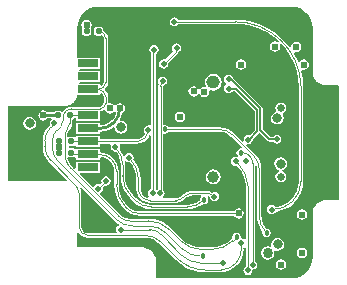
<source format=gbl>
G04*
G04 #@! TF.GenerationSoftware,Altium Limited,Altium Designer,22.0.2 (36)*
G04*
G04 Layer_Physical_Order=4*
G04 Layer_Color=16711680*
%FSLAX25Y25*%
%MOIN*%
G70*
G04*
G04 #@! TF.SameCoordinates,4AEEF1EB-5C28-47D6-87F3-BA9F17CF17F5*
G04*
G04*
G04 #@! TF.FilePolarity,Positive*
G04*
G01*
G75*
%ADD17C,0.01000*%
G04:AMPARAMS|DCode=28|XSize=20mil|YSize=20mil|CornerRadius=5mil|HoleSize=0mil|Usage=FLASHONLY|Rotation=270.000|XOffset=0mil|YOffset=0mil|HoleType=Round|Shape=RoundedRectangle|*
%AMROUNDEDRECTD28*
21,1,0.02000,0.01000,0,0,270.0*
21,1,0.01000,0.02000,0,0,270.0*
1,1,0.01000,-0.00500,-0.00500*
1,1,0.01000,-0.00500,0.00500*
1,1,0.01000,0.00500,0.00500*
1,1,0.01000,0.00500,-0.00500*
%
%ADD28ROUNDEDRECTD28*%
%ADD60C,0.00400*%
%ADD62C,0.00500*%
%ADD67C,0.03937*%
%ADD68O,0.04500X0.04400*%
%ADD69O,0.08268X0.03937*%
%ADD70O,0.06299X0.03937*%
%ADD71C,0.02559*%
%ADD72C,0.02400*%
%ADD73C,0.02000*%
%ADD74C,0.03200*%
%ADD75C,0.01800*%
%ADD76C,0.03400*%
%ADD85R,0.08661X0.08000*%
%ADD86R,0.05512X0.06299*%
%ADD87R,0.05512X0.04724*%
%ADD88R,0.07087X0.02756*%
G36*
X100330Y96853D02*
X100393Y96840D01*
X101641Y96461D01*
X101701Y96437D01*
X102851Y95822D01*
X102905Y95786D01*
X103913Y94959D01*
X103959Y94913D01*
X104786Y93905D01*
X104822Y93851D01*
X105437Y92701D01*
X105461Y92642D01*
X105840Y91393D01*
X105853Y91330D01*
X105981Y90032D01*
Y90000D01*
X105980Y90000D01*
Y75298D01*
X105971Y75250D01*
X105954D01*
X105987Y74911D01*
X106006Y74822D01*
Y74732D01*
X106053Y74497D01*
X106100Y74138D01*
X106185Y73933D01*
X106189Y73914D01*
X106433Y73323D01*
X106444Y73307D01*
X106529Y73102D01*
X106750Y72814D01*
X106883Y72616D01*
X106954Y72545D01*
X107009Y72461D01*
X107059Y72412D01*
X107212Y72212D01*
X107412Y72058D01*
X107461Y72009D01*
X107545Y71954D01*
X107616Y71883D01*
X107814Y71750D01*
X108102Y71529D01*
X108307Y71444D01*
X108323Y71433D01*
X108914Y71189D01*
X108933Y71185D01*
X109138Y71100D01*
X109497Y71053D01*
X109732Y71006D01*
X109807D01*
X109880Y70988D01*
X110250Y70954D01*
Y70954D01*
X110252Y70971D01*
X114327Y70978D01*
X114680Y70625D01*
Y32520D01*
X110300D01*
Y32537D01*
X109931Y32503D01*
X109857Y32484D01*
X109782D01*
X109548Y32438D01*
X109188Y32390D01*
X108983Y32305D01*
X108964Y32302D01*
X108373Y32057D01*
X108357Y32046D01*
X108152Y31961D01*
X107864Y31740D01*
X107666Y31608D01*
X107595Y31537D01*
X107511Y31481D01*
X107462Y31432D01*
X107262Y31278D01*
X107108Y31078D01*
X107059Y31029D01*
X107004Y30946D01*
X106933Y30875D01*
X106800Y30676D01*
X106579Y30389D01*
X106494Y30184D01*
X106483Y30167D01*
X106239Y29577D01*
X106235Y29557D01*
X106150Y29352D01*
X106103Y28993D01*
X106056Y28759D01*
Y28683D01*
X106038Y28610D01*
X106033Y28502D01*
X105980Y28240D01*
Y13500D01*
X105981Y13500D01*
Y13468D01*
X105853Y12170D01*
X105840Y12107D01*
X105461Y10859D01*
X105437Y10799D01*
X104822Y9649D01*
X104786Y9595D01*
X103959Y8587D01*
X103913Y8541D01*
X102905Y7714D01*
X102851Y7678D01*
X101701Y7063D01*
X101642Y7039D01*
X100393Y6660D01*
X100330Y6647D01*
X99488Y6565D01*
X99000Y6520D01*
X99000Y6520D01*
X98513Y6520D01*
X53800Y6520D01*
Y12392D01*
X53608Y13358D01*
X53231Y14268D01*
X52684Y15087D01*
X51987Y15784D01*
X51168Y16331D01*
X50258Y16708D01*
X49292Y16900D01*
X27520D01*
Y21567D01*
X28020Y21736D01*
X28461Y21161D01*
X29234Y20568D01*
X30134Y20195D01*
X31100Y20068D01*
Y20086D01*
X50080D01*
X50080Y20086D01*
X50080Y20086D01*
Y20082D01*
X50084Y20083D01*
X51411Y19952D01*
X52688Y19565D01*
X53865Y18936D01*
X54896Y18089D01*
X54897Y18089D01*
X54899Y18091D01*
X54899D01*
X60015Y12975D01*
X60349Y12601D01*
X60349Y12601D01*
X61996Y11194D01*
X63843Y10062D01*
X65845Y9233D01*
X67951Y8727D01*
X69615Y8597D01*
X70111Y8557D01*
X70111Y8557D01*
X70611Y8586D01*
X75384D01*
X75384Y8564D01*
X75814Y8600D01*
X75858Y8609D01*
X75858Y8609D01*
X75874Y8612D01*
X76857Y8709D01*
X78274Y9138D01*
X79580Y9836D01*
X80724Y10776D01*
X81664Y11920D01*
X82362Y13226D01*
X82791Y14643D01*
X82936Y16116D01*
X82914D01*
Y16630D01*
X83098Y16747D01*
X83598Y16472D01*
Y10377D01*
X83305Y10181D01*
X82974Y9685D01*
X82857Y9100D01*
X82974Y8515D01*
X83305Y8019D01*
X83801Y7687D01*
X84387Y7571D01*
X84972Y7687D01*
X85468Y8019D01*
X85800Y8515D01*
X85916Y9100D01*
X86339Y9536D01*
X86597Y9587D01*
X87093Y9919D01*
X87424Y10415D01*
X87541Y11000D01*
X87424Y11585D01*
X87093Y12081D01*
X86725Y12327D01*
Y43775D01*
X87225Y44092D01*
X87266Y44072D01*
X87391Y43122D01*
X87386Y43097D01*
Y27534D01*
X87358D01*
X87527Y25819D01*
X88027Y24170D01*
X88839Y22650D01*
X89260Y22138D01*
X89173Y21700D01*
X89281Y21154D01*
X89591Y20691D01*
X90054Y20381D01*
X90600Y20273D01*
X91146Y20381D01*
X91609Y20691D01*
X91919Y21154D01*
X92027Y21700D01*
X91919Y22246D01*
X91609Y22709D01*
X91146Y23019D01*
X90600Y23127D01*
X90362Y23080D01*
X90051Y23459D01*
X89373Y24727D01*
X88956Y26103D01*
X88815Y27534D01*
X88814D01*
Y43097D01*
X88832D01*
X88705Y44392D01*
X88327Y45636D01*
X87714Y46783D01*
X86889Y47789D01*
X86876Y47776D01*
X83864Y50787D01*
X84110Y51248D01*
X84500Y51171D01*
X85085Y51287D01*
X85581Y51619D01*
X85913Y52115D01*
X86029Y52700D01*
X85984Y52930D01*
X88041Y54987D01*
X88306Y55013D01*
X91021Y52298D01*
X91268Y52132D01*
X91561Y52074D01*
X92741D01*
X92953Y51757D01*
X93449Y51426D01*
X94034Y51310D01*
X94619Y51426D01*
X95116Y51757D01*
X95447Y52254D01*
X95564Y52839D01*
X95447Y53424D01*
X95116Y53920D01*
X94619Y54252D01*
X94034Y54368D01*
X93449Y54252D01*
X92953Y53920D01*
X92741Y53604D01*
X91878D01*
X89265Y56217D01*
Y63120D01*
X89206Y63413D01*
X89041Y63661D01*
X89041Y63661D01*
X79648Y73054D01*
X79453Y73184D01*
X79413Y73385D01*
X79081Y73881D01*
X78585Y74213D01*
X78000Y74329D01*
X77415Y74213D01*
X76919Y73881D01*
X76587Y73385D01*
X76471Y72800D01*
X76587Y72215D01*
X76919Y71719D01*
X77152Y71563D01*
Y70968D01*
X76919Y70812D01*
X76587Y70316D01*
X76471Y69731D01*
X76587Y69146D01*
X76919Y68650D01*
X77415Y68318D01*
X78000Y68202D01*
X78585Y68318D01*
X79081Y68650D01*
X79293Y68966D01*
X80158D01*
X86735Y62389D01*
Y55844D01*
X85017Y54127D01*
X84500Y54229D01*
X83915Y54113D01*
X83419Y53781D01*
X83087Y53285D01*
X82971Y52700D01*
X83048Y52311D01*
X82587Y52064D01*
X80298Y54353D01*
X79960Y54721D01*
X79960Y54721D01*
X78867Y55618D01*
X77619Y56285D01*
X76265Y56696D01*
X74857Y56835D01*
Y56814D01*
X58107D01*
X57909Y57109D01*
X57446Y57419D01*
X56900Y57527D01*
X56514Y57451D01*
X56014Y57747D01*
Y70510D01*
X56018D01*
X56052Y70681D01*
X56585Y70787D01*
X57081Y71119D01*
X57413Y71615D01*
X57529Y72200D01*
X57413Y72785D01*
X57081Y73281D01*
X56585Y73613D01*
X56000Y73729D01*
X55415Y73613D01*
X54919Y73281D01*
X54587Y72785D01*
X54471Y72200D01*
X54587Y71615D01*
X54720Y71415D01*
X54680Y71317D01*
X54573Y70510D01*
X54586D01*
Y36227D01*
X54515Y36213D01*
X54201Y36004D01*
X54046Y35967D01*
X53770Y36056D01*
X53614Y36167D01*
Y81273D01*
X53685Y81287D01*
X54181Y81619D01*
X54513Y82115D01*
X54629Y82700D01*
X54513Y83285D01*
X54181Y83781D01*
X53685Y84113D01*
X53100Y84229D01*
X52515Y84113D01*
X52019Y83781D01*
X51687Y83285D01*
X51571Y82700D01*
X51687Y82115D01*
X52019Y81619D01*
X52186Y81507D01*
Y57701D01*
X51686Y57433D01*
X51200Y57529D01*
X50615Y57413D01*
X50119Y57081D01*
X49787Y56585D01*
X49671Y56000D01*
X49787Y55415D01*
X50119Y54919D01*
X50221Y54850D01*
X50047Y54409D01*
X49550Y53761D01*
X48894Y53258D01*
X48131Y52942D01*
X47653Y52879D01*
X47311Y52834D01*
Y52825D01*
X35105D01*
Y53989D01*
X27018D01*
Y53708D01*
X26518Y53456D01*
X26390Y53542D01*
X26000Y53620D01*
X25000D01*
X24684Y53557D01*
X24467Y53648D01*
X24184Y53859D01*
Y54545D01*
X24183Y54551D01*
X24334Y55313D01*
X24529Y55604D01*
X24814Y55986D01*
X24814Y55986D01*
X25309Y56632D01*
X25620Y57383D01*
X25727Y58190D01*
X25714D01*
Y59323D01*
X25890Y59358D01*
X26221Y59579D01*
X26442Y59910D01*
X26477Y60086D01*
X27018D01*
Y58894D01*
X35105D01*
Y62278D01*
X35775Y62367D01*
X36355Y62607D01*
X36527Y62604D01*
X36808Y62499D01*
X36925Y62397D01*
X37274Y61874D01*
X37837Y61499D01*
X38500Y61367D01*
X39163Y61499D01*
X39726Y61874D01*
X40286Y61883D01*
X40477Y61668D01*
X40500Y61623D01*
X39941Y60272D01*
X39042Y59100D01*
X37870Y58201D01*
X36506Y57636D01*
X35481Y57501D01*
X35105Y57831D01*
Y58320D01*
X27018D01*
Y54564D01*
X35105D01*
Y55411D01*
X36543Y55553D01*
X37987Y55990D01*
X39317Y56702D01*
X39498Y56850D01*
X39996Y56612D01*
X40122Y55981D01*
X40586Y55286D01*
X41281Y54822D01*
X42100Y54659D01*
X42919Y54822D01*
X43614Y55286D01*
X44078Y55981D01*
X44241Y56800D01*
X44078Y57619D01*
X43614Y58314D01*
X42919Y58778D01*
X42100Y58941D01*
X42066Y58934D01*
X41736Y59379D01*
X42151Y60155D01*
X42589Y61599D01*
X42595Y61653D01*
X42926Y61874D01*
X43301Y62437D01*
X43433Y63100D01*
X43301Y63763D01*
X42926Y64326D01*
X42363Y64701D01*
X41700Y64833D01*
X41037Y64701D01*
X40474Y64326D01*
X40350Y64139D01*
X39850D01*
X39726Y64326D01*
X39163Y64701D01*
X38500Y64833D01*
X38198Y64773D01*
X38118Y64792D01*
X37700Y65166D01*
Y66981D01*
X37714D01*
X37605Y67804D01*
X37288Y68571D01*
X36782Y69230D01*
X36894Y69775D01*
X37299Y70303D01*
X37618Y71074D01*
X37727Y71900D01*
X37714D01*
Y86500D01*
X37727D01*
X37620Y87309D01*
X37308Y88063D01*
X36811Y88711D01*
X36163Y89208D01*
X36120Y89226D01*
Y89400D01*
X36042Y89790D01*
X35821Y90121D01*
X35490Y90342D01*
X35100Y90420D01*
X34100D01*
X33710Y90342D01*
X33379Y90121D01*
X33158Y89790D01*
X33080Y89400D01*
Y88400D01*
X33158Y88010D01*
X33379Y87679D01*
X33710Y87458D01*
X34100Y87380D01*
X35100D01*
X35490Y87458D01*
X35510Y87471D01*
X36001Y87374D01*
X36154Y87144D01*
X36282Y86500D01*
X36286D01*
Y71900D01*
X36284D01*
X36150Y71230D01*
X35771Y70663D01*
X35605Y70552D01*
X35105Y70819D01*
Y71312D01*
X28003D01*
X27972Y71387D01*
X28306Y71887D01*
X35105D01*
Y75643D01*
X27999D01*
X27968Y75717D01*
X28302Y76217D01*
X35105D01*
Y79973D01*
X27510D01*
X27502Y89911D01*
X27520Y90000D01*
X27520D01*
X27517Y90003D01*
X27647Y91330D01*
X27660Y91393D01*
X28039Y92642D01*
X28063Y92701D01*
X28678Y93851D01*
X28714Y93905D01*
X29541Y94913D01*
X29587Y94959D01*
X30595Y95786D01*
X30649Y95822D01*
X31799Y96437D01*
X31859Y96461D01*
X33107Y96840D01*
X33170Y96853D01*
X34468Y96980D01*
X34500D01*
X34500Y96980D01*
X99000Y96980D01*
X99000Y96981D01*
X99032D01*
X100330Y96853D01*
D02*
G37*
G36*
X35761Y68209D02*
X36138Y67646D01*
X36270Y66981D01*
X36273D01*
Y64886D01*
X36259D01*
X36170Y64443D01*
X35919Y64067D01*
X35543Y63816D01*
X35100Y63728D01*
Y63714D01*
X25539D01*
Y63729D01*
X24653Y63613D01*
X23828Y63271D01*
X23118Y62726D01*
X22708Y62192D01*
X22344Y62064D01*
X22075Y62119D01*
X21890Y62242D01*
X21500Y62320D01*
X20500D01*
X20110Y62242D01*
X19779Y62021D01*
X19630Y61798D01*
X17549D01*
X17426Y61982D01*
X16863Y62357D01*
X16200Y62489D01*
X15537Y62357D01*
X14974Y61982D01*
X14599Y61419D01*
X14467Y60756D01*
X14599Y60093D01*
X14974Y59530D01*
X15537Y59155D01*
X16200Y59023D01*
X16863Y59155D01*
X17426Y59530D01*
X17578Y59758D01*
X18782D01*
X18934Y59258D01*
X18819Y59181D01*
X18487Y58685D01*
X18371Y58100D01*
X18448Y57710D01*
X18127Y57350D01*
X18110Y57350D01*
X18110D01*
X17199Y56240D01*
X16522Y54974D01*
X16105Y53600D01*
X15965Y52171D01*
X15986D01*
Y50952D01*
X15966Y50460D01*
X15965Y50456D01*
X16012Y49979D01*
X16104Y49049D01*
X16514Y47697D01*
X17180Y46450D01*
X17768Y45734D01*
X18077Y45358D01*
X18081Y45355D01*
X18443Y45022D01*
X24073Y39391D01*
X23827Y38930D01*
X23759Y38944D01*
X23683D01*
X23610Y38962D01*
X23502Y38967D01*
X23240Y39020D01*
X4520D01*
Y63963D01*
X23030D01*
X23240Y63921D01*
Y63904D01*
X23639Y63956D01*
X23759D01*
X23993Y64003D01*
X24352Y64050D01*
X24557Y64135D01*
X24577Y64139D01*
X25167Y64383D01*
X25183Y64394D01*
X25389Y64479D01*
X25676Y64700D01*
X25875Y64833D01*
X25946Y64904D01*
X26029Y64959D01*
X26078Y65008D01*
X26278Y65162D01*
X26432Y65362D01*
X26481Y65411D01*
X26537Y65495D01*
X26608Y65566D01*
X26740Y65764D01*
X26961Y66052D01*
X27046Y66257D01*
X27057Y66273D01*
X27302Y66864D01*
X27305Y66883D01*
X27390Y67088D01*
X27438Y67448D01*
X27459Y67556D01*
X35105D01*
Y68046D01*
X35605Y68313D01*
X35761Y68209D01*
D02*
G37*
G36*
X74857Y55386D02*
Y55386D01*
X75336Y55336D01*
X76353Y55202D01*
X77748Y54625D01*
X78913Y53731D01*
X78936Y53697D01*
X82369Y50264D01*
X82123Y49803D01*
X82000Y49827D01*
X81454Y49719D01*
X80991Y49409D01*
X80681Y48946D01*
X80573Y48400D01*
X80681Y47854D01*
X80982Y47403D01*
X80968Y47344D01*
X80772Y46935D01*
X80300Y47029D01*
X79715Y46913D01*
X79219Y46581D01*
X78887Y46085D01*
X78771Y45500D01*
X78887Y44915D01*
X79219Y44419D01*
X79715Y44087D01*
X80300Y43971D01*
X80734Y44057D01*
X80878Y43913D01*
X80902Y43897D01*
X82040Y42510D01*
X82899Y40903D01*
X83428Y39160D01*
X83601Y37398D01*
X83598Y37381D01*
X83598Y37379D01*
X83601Y37364D01*
X83598Y37346D01*
Y19740D01*
X83098Y19504D01*
X82785Y19713D01*
X82444Y19781D01*
X82027Y20247D01*
X81919Y20794D01*
X81609Y21257D01*
X81146Y21566D01*
X80600Y21675D01*
X80054Y21566D01*
X79591Y21257D01*
X79281Y20794D01*
X79173Y20247D01*
X79242Y19898D01*
X78877Y19534D01*
X78861Y19510D01*
X77474Y18372D01*
X75868Y17513D01*
X74124Y16984D01*
X72339Y16808D01*
X72311Y16814D01*
X69042D01*
X69014Y16808D01*
X67229Y16984D01*
X65485Y17513D01*
X63878Y18372D01*
X62492Y19510D01*
X62476Y19534D01*
X58834Y23176D01*
X58847Y23189D01*
X57567Y24283D01*
X56131Y25163D01*
X54575Y25808D01*
X52937Y26201D01*
X51258Y26333D01*
Y26314D01*
X45131D01*
X45119Y26311D01*
X43920Y26469D01*
X42794Y26935D01*
X41836Y27671D01*
X41829Y27680D01*
X35041Y34469D01*
X35205Y35012D01*
X35617Y35287D01*
X35949Y35783D01*
X36065Y36369D01*
X35981Y36789D01*
X36652Y37460D01*
X37100Y37371D01*
X37685Y37487D01*
X38181Y37819D01*
X38513Y38315D01*
X38629Y38900D01*
X38513Y39485D01*
X38181Y39981D01*
X37685Y40313D01*
X37100Y40429D01*
X36515Y40313D01*
X36019Y39981D01*
X35687Y39485D01*
X35571Y38900D01*
X35654Y38480D01*
X34983Y37809D01*
X34536Y37898D01*
X33950Y37782D01*
X33454Y37450D01*
X33179Y37038D01*
X32636Y36874D01*
X28400Y41110D01*
X28591Y41572D01*
X35105D01*
Y45328D01*
X27018D01*
Y43145D01*
X26556Y42953D01*
X26130Y43380D01*
X26127Y43381D01*
X25170Y44547D01*
X24458Y45880D01*
X24238Y46605D01*
X24531Y46883D01*
X24543Y46892D01*
X24684Y46943D01*
X25000Y46880D01*
X26000D01*
X26390Y46958D01*
X26518Y47043D01*
X26832Y46943D01*
X27010Y46736D01*
X27018Y46565D01*
Y45902D01*
X35105D01*
Y46669D01*
X35481Y46999D01*
X36207Y46903D01*
X37406Y46407D01*
X38436Y45616D01*
X39226Y44586D01*
X39723Y43387D01*
X39890Y42119D01*
X39886Y42100D01*
Y38303D01*
X39864Y37813D01*
X39863Y37808D01*
X39901Y37328D01*
X40009Y35953D01*
X40444Y34143D01*
X41156Y32423D01*
X42129Y30836D01*
X43023Y29789D01*
X43338Y29421D01*
X43340Y29419D01*
X43342Y29421D01*
X44393Y28558D01*
X45594Y27916D01*
X46897Y27521D01*
X47764Y27436D01*
X48252Y27388D01*
X48252Y27388D01*
X48744Y27408D01*
X79754D01*
X80096Y26896D01*
X80658Y26520D01*
X81321Y26388D01*
X81985Y26520D01*
X82547Y26896D01*
X82923Y27458D01*
X83055Y28121D01*
X82923Y28785D01*
X82547Y29347D01*
X81985Y29723D01*
X81321Y29855D01*
X80658Y29723D01*
X80096Y29347D01*
X79754Y28835D01*
X48252D01*
X48219Y28828D01*
X46826Y29012D01*
X45497Y29562D01*
X44741Y30142D01*
X44368Y30448D01*
X44052Y30817D01*
X43306Y31691D01*
X42452Y33083D01*
X41827Y34592D01*
X41446Y36180D01*
X41318Y37808D01*
X41318Y37812D01*
X41314D01*
X41314Y37812D01*
X41314Y37812D01*
Y42100D01*
X41331D01*
X41208Y43351D01*
X40843Y44554D01*
X40250Y45662D01*
X39453Y46633D01*
X38482Y47431D01*
X37373Y48023D01*
X36170Y48388D01*
X35105Y48493D01*
Y49658D01*
X27018D01*
X27018Y49658D01*
X26550Y49735D01*
X26390Y49842D01*
X26000Y49920D01*
X25000D01*
X24951Y49910D01*
X24490Y50250D01*
X24951Y50590D01*
X25000Y50580D01*
X26000D01*
X26390Y50658D01*
X26518Y50744D01*
X27018Y50492D01*
Y50233D01*
X35105D01*
Y51397D01*
X38595D01*
X38862Y50897D01*
X38787Y50785D01*
X38671Y50200D01*
X38787Y49615D01*
X39119Y49119D01*
X39615Y48787D01*
X40200Y48671D01*
X40491Y48728D01*
X40669Y48511D01*
X41392Y47158D01*
X41837Y45691D01*
X41987Y44169D01*
X41986Y44164D01*
Y40745D01*
X41967D01*
X42099Y39066D01*
X42492Y37429D01*
X43137Y35873D01*
X44017Y34437D01*
X45111Y33156D01*
X45124Y33170D01*
X46197Y32097D01*
X46197Y32097D01*
X46177Y32078D01*
X47480Y31009D01*
X48968Y30214D01*
X50582Y29724D01*
X51770Y29607D01*
X52261Y29559D01*
X52262Y29559D01*
X52750Y29586D01*
X64247D01*
Y29559D01*
X65924Y29724D01*
X67536Y30213D01*
X69022Y31007D01*
X69336Y31265D01*
X69800Y31173D01*
X70346Y31281D01*
X70809Y31591D01*
X71119Y32054D01*
X71227Y32600D01*
X71119Y33146D01*
X71039Y33266D01*
X71228Y33839D01*
X71308Y33814D01*
X71702Y33544D01*
X71787Y33115D01*
X72119Y32619D01*
X72615Y32287D01*
X73200Y32171D01*
X73785Y32287D01*
X74281Y32619D01*
X74613Y33115D01*
X74729Y33700D01*
X74613Y34285D01*
X74281Y34781D01*
X73785Y35113D01*
X73200Y35229D01*
X72615Y35113D01*
X72545Y35067D01*
X71555Y35476D01*
X70303Y35641D01*
Y35614D01*
X66321D01*
Y35628D01*
X65180Y35516D01*
X64083Y35183D01*
X63072Y34642D01*
X62185Y33915D01*
Y33915D01*
X62185Y33913D01*
X61629Y33487D01*
X60981Y33219D01*
X60286Y33127D01*
Y33114D01*
X56176D01*
X56024Y33614D01*
X56181Y33719D01*
X56513Y34215D01*
X56629Y34800D01*
X56513Y35385D01*
X56181Y35881D01*
X56014Y35993D01*
Y54453D01*
X56514Y54749D01*
X56900Y54673D01*
X57446Y54781D01*
X57909Y55091D01*
X58107Y55386D01*
X74366D01*
X74857Y55386D01*
D02*
G37*
G36*
X52186Y53821D02*
Y36247D01*
X52015Y36213D01*
X51519Y35881D01*
X51187Y35385D01*
X51071Y34800D01*
X51187Y34215D01*
X51391Y33910D01*
X51242Y33385D01*
X51211Y33348D01*
X50951Y33275D01*
X50261Y33561D01*
X49582Y34082D01*
X49061Y34761D01*
X48734Y35552D01*
X48622Y36400D01*
X48614D01*
Y39458D01*
X48633D01*
X48501Y41137D01*
X48108Y42775D01*
X47463Y44331D01*
X46583Y45767D01*
X46227Y46184D01*
X46329Y46700D01*
X46213Y47285D01*
X45881Y47781D01*
X45385Y48113D01*
X44800Y48229D01*
X44215Y48113D01*
X43719Y47781D01*
X43390Y47290D01*
X43364Y47284D01*
X42874Y47269D01*
X42738Y47716D01*
X41881Y49320D01*
X41618Y49640D01*
X41729Y50200D01*
X41613Y50785D01*
X41538Y50897D01*
X41805Y51397D01*
X47311D01*
Y51371D01*
X47734Y51420D01*
X47834Y51440D01*
X48509Y51529D01*
X49625Y51991D01*
X50584Y52727D01*
X51319Y53686D01*
X51493Y54104D01*
X51686Y54173D01*
X52186Y53821D01*
D02*
G37*
G36*
X44215Y45287D02*
X44800Y45171D01*
X45125Y45235D01*
X45628Y44622D01*
X46487Y43015D01*
X47016Y41271D01*
X47192Y39486D01*
X47186Y39458D01*
Y36400D01*
X47159D01*
X47321Y35173D01*
X47794Y34030D01*
X48548Y33048D01*
X49530Y32294D01*
X50673Y31821D01*
X51900Y31659D01*
Y31686D01*
X60286D01*
Y31664D01*
X61360Y31806D01*
X62361Y32221D01*
X63220Y32880D01*
X63220Y32880D01*
X63590Y33193D01*
X64117Y33597D01*
X65180Y34038D01*
X66317Y34187D01*
X66321Y34186D01*
X68754D01*
X68906Y33686D01*
X68791Y33609D01*
X68481Y33146D01*
X68373Y32600D01*
X68415Y32385D01*
X68212Y32218D01*
X66979Y31559D01*
X65640Y31153D01*
X64247Y31016D01*
Y31014D01*
X52262D01*
X52262Y31014D01*
Y31016D01*
X52261Y31016D01*
X50866Y31153D01*
X49525Y31560D01*
X48289Y32220D01*
X47207Y33108D01*
X47206Y33107D01*
X46134Y34179D01*
X46109Y34195D01*
X44972Y35582D01*
X44113Y37189D01*
X43584Y38932D01*
X43408Y40717D01*
X43414Y40745D01*
Y44164D01*
X43445D01*
X43331Y45322D01*
X43473Y45431D01*
X43810Y45557D01*
X44215Y45287D01*
D02*
G37*
G36*
X39820Y25771D02*
X39820Y25771D01*
X39800Y25750D01*
X41141Y24649D01*
X41304Y24562D01*
X41268Y24015D01*
X40919Y23781D01*
X40587Y23285D01*
X40471Y22700D01*
X40587Y22115D01*
X40655Y22014D01*
X40387Y21514D01*
X31100D01*
X31080Y21510D01*
X30222Y21680D01*
X29478Y22178D01*
X28980Y22922D01*
X28810Y23780D01*
X28814Y23800D01*
Y27008D01*
X28814Y27008D01*
Y27117D01*
X28814Y27117D01*
Y34595D01*
X28814Y34927D01*
X28822Y34927D01*
X28763Y35293D01*
X28748Y35405D01*
X28703Y35741D01*
X28647Y35875D01*
X28392Y36491D01*
X28816Y36775D01*
X39820Y25771D01*
D02*
G37*
%LPC*%
G36*
X30600Y92733D02*
X29937Y92601D01*
X29374Y92226D01*
X28999Y91663D01*
X28867Y91000D01*
X28999Y90337D01*
X29261Y89944D01*
X29158Y89790D01*
X29080Y89400D01*
Y88400D01*
X29158Y88010D01*
X29379Y87679D01*
X29710Y87458D01*
X30100Y87380D01*
X31100D01*
X31490Y87458D01*
X31821Y87679D01*
X32042Y88010D01*
X32120Y88400D01*
Y89400D01*
X32042Y89790D01*
X31939Y89944D01*
X32201Y90337D01*
X32333Y91000D01*
X32201Y91663D01*
X31826Y92226D01*
X31263Y92601D01*
X30600Y92733D01*
D02*
G37*
G36*
X59900Y93529D02*
X59315Y93413D01*
X58819Y93081D01*
X58487Y92585D01*
X58371Y92000D01*
X58487Y91415D01*
X58819Y90919D01*
X59315Y90587D01*
X59900Y90471D01*
X60485Y90587D01*
X60981Y90919D01*
X61227Y91286D01*
X80119D01*
X80154Y91293D01*
X82897Y91114D01*
X85628Y90570D01*
X88265Y89675D01*
X90762Y88444D01*
X93077Y86897D01*
X94682Y85489D01*
X94377Y85092D01*
X94371Y85096D01*
X94348Y85111D01*
X94063Y85301D01*
X93400Y85433D01*
X92737Y85301D01*
X92174Y84926D01*
X91799Y84363D01*
X91667Y83700D01*
X91799Y83037D01*
X92174Y82474D01*
X92737Y82099D01*
X93400Y81967D01*
X94063Y82099D01*
X94626Y82474D01*
X95001Y83037D01*
X95133Y83700D01*
X95012Y84312D01*
X95065Y84446D01*
X95323Y84781D01*
X95425Y84770D01*
X97006Y82967D01*
X98553Y80652D01*
X99785Y78155D01*
X100680Y75518D01*
X101223Y72787D01*
X101364Y70635D01*
X101364Y70635D01*
X101364D01*
X101386Y70614D01*
Y38805D01*
X101386Y38805D01*
X101386D01*
X101344Y38315D01*
X101225Y37108D01*
X100730Y35476D01*
X99926Y33973D01*
X98844Y32655D01*
X97526Y31573D01*
X96022Y30769D01*
X94391Y30274D01*
X93574Y30194D01*
X93381Y30481D01*
X92885Y30813D01*
X92300Y30929D01*
X91715Y30813D01*
X91219Y30481D01*
X90887Y29985D01*
X90771Y29400D01*
X90887Y28815D01*
X91219Y28319D01*
X91715Y27987D01*
X92300Y27871D01*
X92885Y27987D01*
X93381Y28319D01*
X93667Y28746D01*
X94675Y28845D01*
X96580Y29423D01*
X98336Y30362D01*
X99875Y31624D01*
X101137Y33163D01*
X102076Y34919D01*
X102654Y36824D01*
X102849Y38805D01*
X102814Y38805D01*
Y70164D01*
X102814Y70184D01*
X102814Y70678D01*
X102783Y71160D01*
X102664Y72977D01*
X102128Y75669D01*
X102144Y75702D01*
X102502Y76036D01*
X102557Y76055D01*
X103000Y75967D01*
X103663Y76099D01*
X104226Y76474D01*
X104601Y77037D01*
X104733Y77700D01*
X104601Y78363D01*
X104226Y78926D01*
X103663Y79301D01*
X103000Y79433D01*
X102337Y79301D01*
X101774Y78926D01*
X101647Y78735D01*
X101353Y78722D01*
X101086Y78795D01*
X99812Y81379D01*
X99720Y81516D01*
X100035Y81945D01*
X100519Y81849D01*
X101183Y81980D01*
X101745Y82356D01*
X102121Y82918D01*
X102253Y83582D01*
X102121Y84245D01*
X101745Y84807D01*
X101183Y85183D01*
X100519Y85315D01*
X99856Y85183D01*
X99294Y84807D01*
X98918Y84245D01*
X98822Y83761D01*
X98305Y83634D01*
X98159Y83852D01*
X96198Y86088D01*
X93962Y88050D01*
X91488Y89702D01*
X88821Y91018D01*
X86004Y91974D01*
X83087Y92554D01*
X80119Y92749D01*
Y92714D01*
X61227D01*
X60981Y93081D01*
X60485Y93413D01*
X59900Y93529D01*
D02*
G37*
G36*
X60600Y84829D02*
X60015Y84713D01*
X59519Y84381D01*
X59187Y83885D01*
X59071Y83300D01*
X59187Y82715D01*
X59519Y82219D01*
X59527Y82136D01*
X56734Y79343D01*
X56300Y79429D01*
X55715Y79313D01*
X55219Y78981D01*
X54887Y78485D01*
X54771Y77900D01*
X54887Y77315D01*
X55219Y76819D01*
X55715Y76487D01*
X56300Y76371D01*
X56885Y76487D01*
X57381Y76819D01*
X57713Y77315D01*
X57829Y77900D01*
X57743Y78334D01*
X60799Y81389D01*
X60953Y81621D01*
X60999Y81850D01*
X61185Y81887D01*
X61681Y82219D01*
X62013Y82715D01*
X62129Y83300D01*
X62013Y83885D01*
X61681Y84381D01*
X61185Y84713D01*
X60600Y84829D01*
D02*
G37*
G36*
X82100Y79433D02*
X81437Y79301D01*
X80874Y78926D01*
X80499Y78363D01*
X80367Y77700D01*
X80499Y77037D01*
X80874Y76474D01*
X81437Y76099D01*
X82100Y75967D01*
X82763Y76099D01*
X83326Y76474D01*
X83701Y77037D01*
X83833Y77700D01*
X83701Y78363D01*
X83326Y78926D01*
X82763Y79301D01*
X82100Y79433D01*
D02*
G37*
G36*
X72950Y74519D02*
X72850D01*
X72145Y74427D01*
X71488Y74155D01*
X70924Y73722D01*
X70491Y73158D01*
X70219Y72501D01*
X70127Y71796D01*
X70219Y71091D01*
X70365Y70741D01*
X70005Y70302D01*
X69850Y70333D01*
X69187Y70201D01*
X68624Y69826D01*
X68405Y69497D01*
X68208Y69484D01*
X67841Y69553D01*
X67526Y70026D01*
X66963Y70401D01*
X66300Y70533D01*
X65637Y70401D01*
X65074Y70026D01*
X64699Y69463D01*
X64567Y68800D01*
X64699Y68137D01*
X65074Y67574D01*
X65637Y67199D01*
X66300Y67067D01*
X66963Y67199D01*
X67526Y67574D01*
X67746Y67903D01*
X67942Y67916D01*
X68309Y67847D01*
X68624Y67374D01*
X69187Y66999D01*
X69850Y66867D01*
X70513Y66999D01*
X71076Y67374D01*
X71451Y67937D01*
X71583Y68600D01*
X71528Y68880D01*
X71966Y69240D01*
X72145Y69166D01*
X72850Y69073D01*
X72950D01*
X73655Y69166D01*
X74312Y69438D01*
X74876Y69870D01*
X75309Y70434D01*
X75581Y71091D01*
X75673Y71796D01*
X75581Y72501D01*
X75309Y73158D01*
X74876Y73722D01*
X74312Y74155D01*
X73655Y74427D01*
X72950Y74519D01*
D02*
G37*
G36*
X61800Y62033D02*
X61137Y61901D01*
X60574Y61526D01*
X60199Y60963D01*
X60067Y60300D01*
X60199Y59637D01*
X60574Y59074D01*
X61137Y58699D01*
X61800Y58567D01*
X62463Y58699D01*
X63026Y59074D01*
X63401Y59637D01*
X63533Y60300D01*
X63401Y60963D01*
X63026Y61526D01*
X62463Y61901D01*
X61800Y62033D01*
D02*
G37*
G36*
X95342Y64992D02*
X94647Y64854D01*
X94059Y64461D01*
X93665Y63872D01*
X93527Y63178D01*
X93665Y62484D01*
X93739Y62373D01*
X93548Y61911D01*
X93381Y61878D01*
X92686Y61414D01*
X92222Y60719D01*
X92059Y59900D01*
X92222Y59081D01*
X92686Y58386D01*
X93381Y57922D01*
X94200Y57759D01*
X95019Y57922D01*
X95714Y58386D01*
X96178Y59081D01*
X96341Y59900D01*
X96178Y60719D01*
X96001Y60985D01*
X96009Y61105D01*
X96189Y61604D01*
X96625Y61895D01*
X97018Y62484D01*
X97156Y63178D01*
X97018Y63872D01*
X96625Y64461D01*
X96036Y64854D01*
X95342Y64992D01*
D02*
G37*
G36*
X95400Y46841D02*
X94581Y46678D01*
X93886Y46214D01*
X93422Y45519D01*
X93259Y44700D01*
X93422Y43881D01*
X93886Y43186D01*
X94581Y42722D01*
X94900Y42658D01*
Y42149D01*
X94647Y42098D01*
X94059Y41705D01*
X93665Y41116D01*
X93527Y40422D01*
X93665Y39728D01*
X94059Y39139D01*
X94647Y38746D01*
X95342Y38608D01*
X96036Y38746D01*
X96625Y39139D01*
X97018Y39728D01*
X97156Y40422D01*
X97018Y41116D01*
X96625Y41705D01*
X96036Y42098D01*
X95842Y42137D01*
Y42647D01*
X96219Y42722D01*
X96914Y43186D01*
X97378Y43881D01*
X97541Y44700D01*
X97378Y45519D01*
X96914Y46214D01*
X96219Y46678D01*
X95400Y46841D01*
D02*
G37*
G36*
X102400Y29433D02*
X101737Y29301D01*
X101174Y28926D01*
X100799Y28363D01*
X100667Y27700D01*
X100799Y27037D01*
X101174Y26474D01*
X101737Y26099D01*
X102400Y25967D01*
X103063Y26099D01*
X103626Y26474D01*
X104001Y27037D01*
X104133Y27700D01*
X104001Y28363D01*
X103626Y28926D01*
X103063Y29301D01*
X102400Y29433D01*
D02*
G37*
G36*
X94300Y19941D02*
X93481Y19778D01*
X92786Y19314D01*
X92322Y18619D01*
X92159Y17800D01*
X92254Y17320D01*
X92029Y17123D01*
X91810Y16990D01*
X91005Y17150D01*
X90147Y16979D01*
X89419Y16493D01*
X88933Y15765D01*
X88762Y14907D01*
X88933Y14049D01*
X89419Y13321D01*
X90147Y12834D01*
X91005Y12664D01*
X91864Y12834D01*
X92592Y13321D01*
X93078Y14049D01*
X93249Y14907D01*
X93141Y15447D01*
X93280Y15600D01*
X93580Y15802D01*
X94300Y15659D01*
X95119Y15822D01*
X95814Y16286D01*
X96278Y16981D01*
X96441Y17800D01*
X96278Y18619D01*
X95814Y19314D01*
X95119Y19778D01*
X94300Y19941D01*
D02*
G37*
G36*
X102406Y16663D02*
X101742Y16531D01*
X101180Y16156D01*
X100804Y15593D01*
X100672Y14930D01*
X100804Y14267D01*
X101180Y13704D01*
X101742Y13329D01*
X102406Y13197D01*
X103069Y13329D01*
X103631Y13704D01*
X104007Y14267D01*
X104139Y14930D01*
X104007Y15593D01*
X103631Y16156D01*
X103069Y16531D01*
X102406Y16663D01*
D02*
G37*
G36*
X95408Y12790D02*
X94745Y12658D01*
X94182Y12282D01*
X93807Y11720D01*
X93675Y11056D01*
X93807Y10393D01*
X94182Y9831D01*
X94745Y9455D01*
X95408Y9323D01*
X96071Y9455D01*
X96634Y9831D01*
X97009Y10393D01*
X97141Y11056D01*
X97009Y11720D01*
X96634Y12282D01*
X96071Y12658D01*
X95408Y12790D01*
D02*
G37*
G36*
X11700Y60341D02*
X10881Y60178D01*
X10186Y59714D01*
X9722Y59019D01*
X9559Y58200D01*
X9722Y57381D01*
X10186Y56686D01*
X10881Y56222D01*
X11700Y56059D01*
X12519Y56222D01*
X13214Y56686D01*
X13678Y57381D01*
X13841Y58200D01*
X13678Y59019D01*
X13214Y59714D01*
X12519Y60178D01*
X11700Y60341D01*
D02*
G37*
G36*
X72900Y42817D02*
X71937Y42625D01*
X71120Y42080D01*
X70575Y41263D01*
X70383Y40300D01*
X70575Y39337D01*
X71120Y38520D01*
X71937Y37975D01*
X72900Y37783D01*
X73863Y37975D01*
X74680Y38520D01*
X75225Y39337D01*
X75417Y40300D01*
X75225Y41263D01*
X74680Y42080D01*
X73863Y42625D01*
X72900Y42817D01*
D02*
G37*
%LPD*%
D17*
X35042Y56442D02*
G03*
X41700Y63100I0J6658D01*
G01*
X31061Y56442D02*
X35042D01*
X31061Y65103D02*
X31110Y65152D01*
X35052D02*
X35100Y65200D01*
X31110Y65152D02*
X35052D01*
X30600Y88900D02*
Y91000D01*
X20978Y60778D02*
X21000Y60800D01*
X16200Y60756D02*
X16222Y60778D01*
X20978D01*
X21500Y48400D02*
Y52100D01*
D28*
X25500D02*
D03*
X21500D02*
D03*
X25500Y48400D02*
D03*
X21500D02*
D03*
X25000Y60800D02*
D03*
X21000D02*
D03*
X34600Y88900D02*
D03*
X30600D02*
D03*
D60*
X73200Y33700D02*
G03*
X70303Y34900I-2897J-2897D01*
G01*
X84311Y37381D02*
G03*
X81383Y44418I-10000J-35D01*
G01*
X84311Y37346D02*
G03*
X84311Y37381I-10000J0D01*
G01*
X55602Y20871D02*
G03*
X55235Y21219I-7071J-7071D01*
G01*
X52841Y22560D02*
G03*
X51661Y22700I-1180J-4916D01*
G01*
X54020Y22116D02*
G03*
X52841Y22560I-2360J-4471D01*
G01*
X54696Y21687D02*
G03*
X54020Y22116I-3036J-4043D01*
G01*
X55235Y21219D02*
G03*
X54696Y21687I-3575J-3575D01*
G01*
X18630Y56830D02*
G03*
X16700Y52171I4659J-4659D01*
G01*
X51177Y55577D02*
G03*
X51200Y56000I-3866J423D01*
G01*
X47734Y52134D02*
G03*
X51177Y55577I-423J3866D01*
G01*
X47311Y52111D02*
G03*
X47734Y52134I0J3889D01*
G01*
X88100Y43097D02*
G03*
X86371Y47271I-5903J0D01*
G01*
X79440Y54202D02*
G03*
X74857Y56100I-4583J-4584D01*
G01*
X86011Y44775D02*
G03*
X82387Y48400I-3625J0D01*
G01*
X40325Y26275D02*
G03*
X46059Y23900I5734J5734D01*
G01*
X19200Y50001D02*
G03*
X21039Y45561I6278J-0D01*
G01*
X35100Y63000D02*
G03*
X36986Y64886I0J1886D01*
G01*
Y66981D02*
G03*
X34534Y69434I-2452J0D01*
G01*
D02*
G03*
X37000Y71900I0J2466D01*
G01*
X22909Y60890D02*
G03*
X22900Y60808I391J-84D01*
G01*
X25539Y63000D02*
G03*
X22909Y60890I0J-2695D01*
G01*
X37000Y86500D02*
G03*
X34600Y88900I-2400J0D01*
G01*
X51501Y23900D02*
G03*
X51489Y23900I-13J-7994D01*
G01*
X57141Y21559D02*
G03*
X51501Y23900I-5653J-5653D01*
G01*
X56000Y72200D02*
G03*
X55300Y70510I1690J-1690D01*
G01*
X102100Y70657D02*
G03*
X80119Y92000I-21981J-648D01*
G01*
X42700Y44164D02*
G03*
X40200Y50200I-8535J0D01*
G01*
X42700Y40745D02*
G03*
X45629Y33674I10000J0D01*
G01*
X64247Y30300D02*
G03*
X69798Y32598I0J7853D01*
G01*
X62098Y16602D02*
G03*
X69300Y13811I6764J6764D01*
G01*
X41325Y27175D02*
G03*
X45131Y25600I3803J3803D01*
G01*
X23470Y46560D02*
G03*
X25625Y42875I8110J2270D01*
G01*
X26708Y47800D02*
G03*
X26996Y47780I288J2096D01*
G01*
X25500Y48400D02*
G03*
X26708Y47800I1496J1496D01*
G01*
X24300Y56500D02*
G03*
X23470Y54545I1887J-1955D01*
G01*
X20750Y55960D02*
G03*
X19200Y52203I3779J-3757D01*
G01*
X88100Y27534D02*
G03*
X90458Y21842I8050J0D01*
G01*
X40600Y37812D02*
G03*
X43860Y29940I11125J-4D01*
G01*
X43860Y29940D02*
G03*
X48252Y28121I4391J4393D01*
G01*
X40600Y42100D02*
G03*
X34920Y47780I-5680J0D01*
G01*
X28100Y34927D02*
G03*
X28096Y34983I-400J0D01*
G01*
D02*
G03*
X26596Y37878I-4957J-732D01*
G01*
X16700Y50460D02*
G03*
X18600Y45874I6474J-4D01*
G01*
X75814Y9313D02*
G03*
X82200Y16116I-429J6802D01*
G01*
X75384Y9300D02*
G03*
X75814Y9313I0J6816D01*
G01*
X60874Y13126D02*
G03*
X70111Y9300I9237J9237D01*
G01*
X55404Y18596D02*
G03*
X50080Y20800I-5321J-5320D01*
G01*
X62244Y14229D02*
G03*
X68323Y11711I6080J6080D01*
G01*
X92300Y29407D02*
G03*
X102100Y38805I394J9398D01*
G01*
X46701Y32602D02*
G03*
X52262Y30300I5559J5561D01*
G01*
X60286Y32400D02*
G03*
X62700Y33400I0J3414D01*
G01*
X66321Y34900D02*
G03*
X62700Y33400I0J-5121D01*
G01*
X22090Y57300D02*
G03*
X22900Y59255I-1955J1955D01*
G01*
X24300Y56500D02*
G03*
X25000Y58190I-1690J1690D01*
G01*
X69798Y32598D02*
G03*
X69800Y32600I-5551J5555D01*
G01*
X47900Y36400D02*
G03*
X51900Y32400I4000J0D01*
G01*
X47900Y39458D02*
G03*
X44971Y46529I-10000J0D01*
G01*
X72311Y16100D02*
G03*
X79382Y19029I0J10000D01*
G01*
X61971D02*
G03*
X69042Y16100I7071J7071D01*
G01*
X58329Y22671D02*
G03*
X51258Y25600I-7071J-7071D01*
G01*
X28100Y23800D02*
G03*
X31100Y20800I3000J0D01*
G01*
X66321Y34900D02*
X70303D01*
X84311Y9175D02*
Y37346D01*
X80300Y45500D02*
X81383Y44418D01*
X84311Y9175D02*
X84387Y9100D01*
X55602Y20871D02*
X62244Y14229D01*
X42000Y22700D02*
X51661D01*
X16700Y50460D02*
Y52171D01*
X18630Y56830D02*
X19900Y58100D01*
X55300Y35000D02*
Y70510D01*
X55100Y34800D02*
X55300Y35000D01*
X52600Y34800D02*
X52900Y35100D01*
Y82500D02*
X53100Y82700D01*
X52900Y35100D02*
Y82500D01*
X34536Y36369D02*
X34552D01*
X37083Y38900D01*
X37100D01*
X31061Y52111D02*
X47311D01*
X59900Y92000D02*
X80119D01*
X60294Y81894D02*
Y82994D01*
X56300Y77900D02*
X60294Y81894D01*
Y82994D02*
X60600Y83300D01*
X88100Y27534D02*
Y43097D01*
X79440Y54202D02*
X86371Y47271D01*
X82000Y48400D02*
X82387D01*
X86011Y11000D02*
Y44775D01*
X56900Y56100D02*
X74857D01*
X21039Y45561D02*
X40325Y26275D01*
X21039Y45561D02*
Y45561D01*
X36986Y64886D02*
Y66981D01*
X22900Y60808D02*
X22900Y60805D01*
X25539Y63000D02*
X35100D01*
X57141Y21559D02*
X62098Y16602D01*
X37000Y71900D02*
Y86500D01*
X46059Y23900D02*
X51489D01*
X102100Y38805D02*
Y70657D01*
X25500Y52100D02*
X31061D01*
X42700Y40745D02*
Y44164D01*
X45629Y33674D02*
X46701Y32602D01*
X52262Y30300D02*
X64247D01*
X25625Y42875D02*
X41325Y27175D01*
X19200Y50001D02*
X19200Y52203D01*
X31061Y47780D02*
X34920D01*
X26996D02*
X31061D01*
X23470Y46560D02*
Y54545D01*
X90458Y21842D02*
X90600Y21700D01*
X43860Y29940D02*
X43860Y29940D01*
X40600Y37812D02*
Y42100D01*
Y37812D02*
X40600Y37812D01*
X18600Y45874D02*
X18600Y45874D01*
X26596Y37878D02*
X26596Y37878D01*
X18600Y45874D02*
X26596Y37878D01*
X70111Y9300D02*
X75384D01*
X82200Y16116D02*
Y18300D01*
X55404Y18596D02*
X60874Y13126D01*
X31100Y20800D02*
X50080D01*
Y20800D02*
Y20800D01*
X68323Y11711D02*
X76089D01*
X48252Y28121D02*
X81321D01*
X22900Y59255D02*
Y60805D01*
X25000Y60800D02*
X31061D01*
X25000Y58190D02*
Y60800D01*
X20750Y55960D02*
X22090Y57300D01*
X28100Y27117D02*
Y34927D01*
X51900Y32400D02*
X60286D01*
X47900Y36400D02*
Y39458D01*
X44800Y46700D02*
X44971Y46529D01*
X45131Y25600D02*
X51258D01*
X58329Y22671D02*
X61971Y19029D01*
X79382D02*
X80600Y20247D01*
X69042Y16100D02*
X72311D01*
X31061Y52100D02*
Y52111D01*
Y60772D02*
Y60800D01*
X28100Y27117D02*
X28100Y27117D01*
Y27008D02*
Y27117D01*
Y27008D02*
X28100Y27008D01*
Y23800D02*
Y27008D01*
D62*
X88500Y55900D02*
Y63120D01*
X91561Y52839D02*
X94034D01*
X88500Y55900D02*
X91561Y52839D01*
X78287Y72513D02*
X79107D01*
X88500Y63120D01*
X78000Y72800D02*
X78287Y72513D01*
X87500Y55528D02*
Y62706D01*
X84672Y52700D02*
X87500Y55528D01*
X84500Y52700D02*
X84672D01*
X78000Y69731D02*
X80475D01*
X87500Y62706D01*
D67*
X72900Y40300D02*
D03*
D68*
Y71796D02*
D03*
D69*
X93373Y34772D02*
D03*
Y68828D02*
D03*
D70*
X109121Y34772D02*
D03*
Y68828D02*
D03*
D71*
X95342Y63178D02*
D03*
Y40422D02*
D03*
D72*
X95900Y75200D02*
D03*
X41700Y63100D02*
D03*
X38500D02*
D03*
X61800Y60300D02*
D03*
X30600Y91000D02*
D03*
X95408Y11056D02*
D03*
X82100Y77700D02*
D03*
X102400Y27700D02*
D03*
X102406Y14930D02*
D03*
X16200Y60756D02*
D03*
X21500Y50250D02*
D03*
X66300Y68800D02*
D03*
X69850Y68600D02*
D03*
X93400Y83700D02*
D03*
X100519Y83582D02*
D03*
X103000Y77700D02*
D03*
X81321Y28121D02*
D03*
D73*
X46700Y90700D02*
D03*
X91500Y8500D02*
D03*
X84387Y9100D02*
D03*
X42000Y22700D02*
D03*
X73200Y33700D02*
D03*
X84500Y52700D02*
D03*
X19900Y58100D02*
D03*
X47249Y30018D02*
D03*
X55100Y34800D02*
D03*
X52600D02*
D03*
X34536Y36369D02*
D03*
X51200Y56000D02*
D03*
X78000Y69731D02*
D03*
Y72800D02*
D03*
X69100Y72200D02*
D03*
X59900Y92000D02*
D03*
X60600Y83300D02*
D03*
X94034Y52839D02*
D03*
X31119Y39981D02*
D03*
X90500Y84400D02*
D03*
X92800Y39000D02*
D03*
X104900Y21500D02*
D03*
X35100Y65200D02*
D03*
X67400Y64300D02*
D03*
X78300Y47600D02*
D03*
X61700D02*
D03*
X97800Y54700D02*
D03*
X83900Y45700D02*
D03*
X81200Y40000D02*
D03*
X97800Y48000D02*
D03*
X34000Y94500D02*
D03*
X28800Y86300D02*
D03*
X39500Y83200D02*
D03*
X78100Y63600D02*
D03*
X60800Y71000D02*
D03*
X40400Y65900D02*
D03*
Y73700D02*
D03*
X49800D02*
D03*
X40800Y30700D02*
D03*
X35800Y22900D02*
D03*
X30400Y30400D02*
D03*
X38200Y34300D02*
D03*
X44800Y42700D02*
D03*
X37300Y42000D02*
D03*
X12500Y44900D02*
D03*
Y50200D02*
D03*
X57000Y62900D02*
D03*
X49800Y65900D02*
D03*
X48700Y56000D02*
D03*
X49400Y49200D02*
D03*
X45700D02*
D03*
Y56000D02*
D03*
Y62800D02*
D03*
X98500Y72800D02*
D03*
X89600Y79700D02*
D03*
X97400D02*
D03*
X86300Y83700D02*
D03*
Y88400D02*
D03*
X100800D02*
D03*
Y93300D02*
D03*
X93550D02*
D03*
X86300D02*
D03*
X73000Y89300D02*
D03*
Y85300D02*
D03*
X69200Y85200D02*
D03*
Y89300D02*
D03*
X74100Y53700D02*
D03*
Y49900D02*
D03*
X66200D02*
D03*
X70000D02*
D03*
X66200Y53700D02*
D03*
X70000Y53800D02*
D03*
X109121Y41500D02*
D03*
Y51550D02*
D03*
Y61600D02*
D03*
X96500Y21667D02*
D03*
Y25500D02*
D03*
Y14000D02*
D03*
X102600Y9300D02*
D03*
X57700Y9900D02*
D03*
X54900Y11600D02*
D03*
Y14200D02*
D03*
X53400Y16900D02*
D03*
X29800Y18600D02*
D03*
X32425D02*
D03*
X35050D02*
D03*
X37675D02*
D03*
X40300D02*
D03*
X42925D02*
D03*
X45550D02*
D03*
X48175D02*
D03*
X50800D02*
D03*
X56300Y77900D02*
D03*
X40200Y50200D02*
D03*
X37100Y38900D02*
D03*
X80300Y45500D02*
D03*
X56000Y72200D02*
D03*
X76089Y11711D02*
D03*
X92300Y29400D02*
D03*
X44800Y46700D02*
D03*
X82200Y18300D02*
D03*
X86011Y11000D02*
D03*
X53100Y82700D02*
D03*
D74*
X94200Y59900D02*
D03*
X94300Y17800D02*
D03*
X71200Y25500D02*
D03*
Y20300D02*
D03*
X65300D02*
D03*
X65500Y25500D02*
D03*
X95400Y44700D02*
D03*
X42100Y56800D02*
D03*
X11700Y58200D02*
D03*
D75*
X82000Y48400D02*
D03*
X25800Y54500D02*
D03*
X56900Y56100D02*
D03*
X90600Y21700D02*
D03*
X69300Y13800D02*
D03*
X69800Y32600D02*
D03*
X80600Y20247D02*
D03*
D76*
X91005Y14907D02*
D03*
D85*
X71325Y22190D02*
D03*
Y83213D02*
D03*
D86*
X33530Y25339D02*
D03*
D87*
Y83213D02*
D03*
D88*
X31061Y43450D02*
D03*
Y47780D02*
D03*
Y52111D02*
D03*
Y56442D02*
D03*
Y60772D02*
D03*
Y69434D02*
D03*
Y73765D02*
D03*
Y78095D02*
D03*
Y65103D02*
D03*
M02*

</source>
